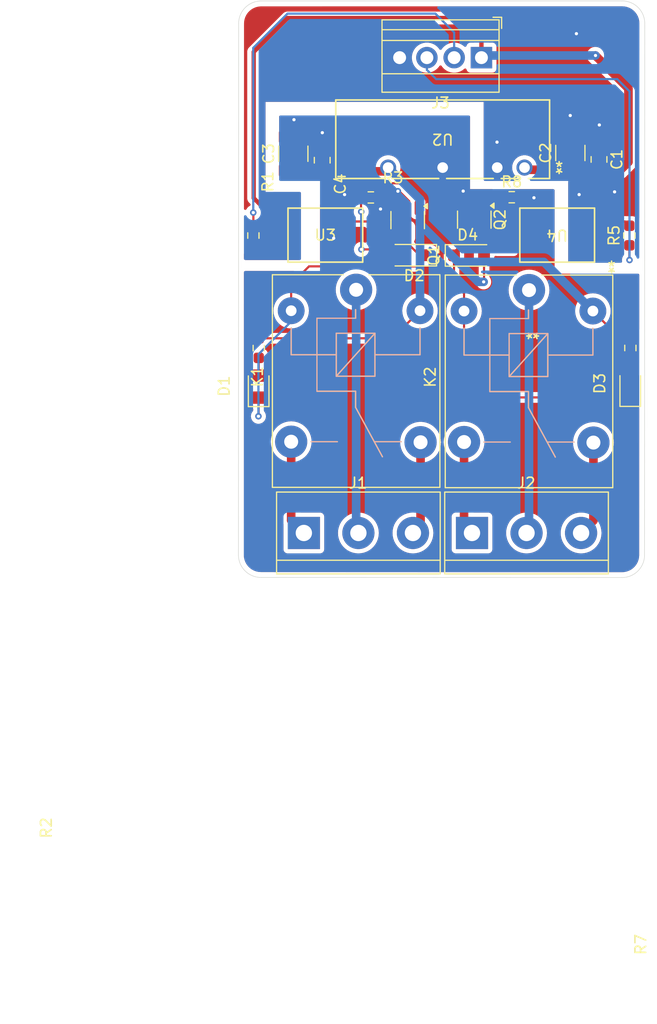
<source format=kicad_pcb>
(kicad_pcb (version 20240108) (generator "pcbnew") (generator_version "8.0")
  (layers (0 "F.Cu" signal) (31 "B.Cu" signal) (34 "B.Paste" user) (35 "F.Paste" user) (36 "B.SilkS" user "B.Silkscreen") (37 "F.SilkS" user "F.Silkscreen") (38 "B.Mask" user) (39 "F.Mask" user) (44 "Edge.Cuts" user))
  (net 0 "")
  (net 1 "GNDD")
  (net 2 "5V_ISO")
  (net 3 "5V_RLY")
  (net 4 "GNDPWR")
  (net 5 "Net-(D1-A)")
  (net 6 "Net-(D1-K)")
  (net 7 "Net-(D3-A)")
  (net 8 "Net-(D3-K)")
  (net 9 "COM1")
  (net 10 "NO1")
  (net 11 "NC1")
  (net 12 "NC2")
  (net 13 "NO2")
  (net 14 "COM2")
  (net 15 "/RE2")
  (net 16 "/RE1")
  (net 17 "Net-(Q1-G)")
  (net 18 "Net-(Q2-G)")
  (net 19 "Net-(R1-Pad2)")
  (net 20 "Net-(R5-Pad2)")
  (footprint "Diode_SMD:D_SOD-123F" (layer "F.Cu") (at 127.4125 60.53)
    (property "Reference" "D4" (at -0.127 -1.905 0) (layer "F.SilkS"))
    (property "Value" "1N4001")
    (fp_line (start -2.21 -1) (end -2.21 1) (stroke (width 0.12)) (layer "F.SilkS"))
    (fp_line (start -2.21 -1) (end 1.65 -1) (stroke (width 0.12)) (layer "F.SilkS"))
    (fp_line (start -2.21 1) (end 1.65 1) (stroke (width 0.12)) (layer "F.SilkS"))
    (pad "1" smd roundrect (at -1.4 0) (size 1.1 1.1) (layers "F.Cu" "F.Paste" "F.Mask") (roundrect_rratio 0.2272727273) (net 8 "Net-(D3-K)"))
    (pad "2" smd roundrect (at 1.4 0) (size 1.1 1.1) (layers "F.Cu" "F.Paste" "F.Mask") (roundrect_rratio 0.2272727273) (net 3 "5V_RLY"))
  )
  (footprint "LED_SMD:LED_0805_2012Metric_Pad1.15x1.40mm_HandSolder" (layer "F.Cu") (at 107.82 72.75 90)
    (property "Reference" "D1" (at 0.0475 -3.21 90) (layer "F.SilkS"))
    (property "Value" "LED")
    (fp_line (start 1 -0.96) (end -1.86 -0.96) (stroke (width 0.12)) (layer "F.SilkS"))
    (fp_line (start -1.86 -0.96) (end -1.86 0.96) (stroke (width 0.12)) (layer "F.SilkS"))
    (fp_line (start -1.86 0.96) (end 1 0.96) (stroke (width 0.12)) (layer "F.SilkS"))
    (pad "1" smd roundrect (at -1.025 0 90) (size 1.15 1.4) (layers "F.Cu" "F.Paste" "F.Mask") (roundrect_rratio 0.217391) (net 6 "Net-(D1-K)"))
    (pad "2" smd roundrect (at 1.025 0 90) (size 1.15 1.4) (layers "F.Cu" "F.Paste" "F.Mask") (roundrect_rratio 0.217391) (net 5 "Net-(D1-A)"))
  )
  (footprint "Capacitor_SMD:C_0805_2012Metric_Pad1.18x1.45mm_HandSolder" (layer "F.Cu") (at 139.52 51.59 -90)
    (property "Reference" "C1" (at 0 -1.66 90) (layer "F.SilkS"))
    (property "Value" "10uF")
    (fp_line (start -0.261252 0.735) (end 0.261252 0.735) (stroke (width 0.12)) (layer "F.SilkS"))
    (fp_line (start -0.261252 -0.735) (end 0.261252 -0.735) (stroke (width 0.12)) (layer "F.SilkS"))
    (pad "1" smd roundrect (at -1.0375 0 270) (size 1.175 1.45) (layers "F.Cu" "F.Paste" "F.Mask") (roundrect_rratio 0.212766) (net 1 "GNDD"))
    (pad "2" smd roundrect (at 1.0375 0 270) (size 1.175 1.45) (layers "F.Cu" "F.Paste" "F.Mask") (roundrect_rratio 0.212766) (net 2 "5V_ISO"))
  )
  (footprint "LED_SMD:LED_0805_2012Metric_Pad1.15x1.40mm_HandSolder" (layer "F.Cu") (at 142.43 72.73 90)
    (property "Reference" "D3" (at 0.273 -2.841 90) (layer "F.SilkS"))
    (property "Value" "LED")
    (fp_line (start 1 -0.96) (end -1.86 -0.96) (stroke (width 0.12)) (layer "F.SilkS"))
    (fp_line (start -1.86 -0.96) (end -1.86 0.96) (stroke (width 0.12)) (layer "F.SilkS"))
    (fp_line (start -1.86 0.96) (end 1 0.96) (stroke (width 0.12)) (layer "F.SilkS"))
    (pad "1" smd roundrect (at -1.025 0 90) (size 1.15 1.4) (layers "F.Cu" "F.Paste" "F.Mask") (roundrect_rratio 0.217391) (net 8 "Net-(D3-K)"))
    (pad "2" smd roundrect (at 1.025 0 90) (size 1.15 1.4) (layers "F.Cu" "F.Paste" "F.Mask") (roundrect_rratio 0.217391) (net 7 "Net-(D3-A)"))
  )
  (footprint "Relay_THT:Relay_SPDT_SANYOU_SRD_Series_Form_C" (layer "F.Cu") (at 133 63.76 -90)
    (property "Reference" "K2" (at 8.1 9.2 90) (layer "F.SilkS"))
    (property "Value" "SRD-05VDC-SL-C")
    (fp_line (start 3.55 6.05) (end 6.05 6.05) (stroke (width 0.12)) (layer "B.SilkS"))
    (fp_line (start 14.15 4.2) (end 14.15 1.75) (stroke (width 0.12)) (layer "B.SilkS"))
    (fp_line (start 9.45 3.65) (end 2.65 3.65) (stroke (width 0.12)) (layer "B.SilkS"))
    (fp_line (start 4.05 1.85) (end 4.05 -1.75) (stroke (width 0.12)) (layer "B.SilkS"))
    (fp_line (start 6.05 1.85) (end 6.05 6.05) (stroke (width 0.12)) (layer "B.SilkS"))
    (fp_line (start 8.05 1.85) (end 4.05 1.85) (stroke (width 0.12)) (layer "B.SilkS"))
    (fp_line (start 8.05 1.85) (end 4.05 -1.75) (stroke (width 0.12)) (layer "B.SilkS"))
    (fp_line (start 2.65 0.05) (end 2.65 3.65) (stroke (width 0.12)) (layer "B.SilkS"))
    (fp_line (start 2.65 0.05) (end 1.85 0.05) (stroke (width 0.12)) (layer "B.SilkS"))
    (fp_line (start 9.45 0.05) (end 9.45 3.65) (stroke (width 0.12)) (layer "B.SilkS"))
    (fp_line (start 9.45 0.05) (end 10.95 0.05) (stroke (width 0.12)) (layer "B.SilkS"))
    (fp_line (start 10.95 0.05) (end 15.55 -2.45) (stroke (width 0.12)) (layer "B.SilkS"))
    (fp_line (start 4.05 -1.75) (end 8.05 -1.75) (stroke (width 0.12)) (layer "B.SilkS"))
    (fp_line (start 8.05 -1.75) (end 8.05 1.85) (stroke (width 0.12)) (layer "B.SilkS"))
    (fp_line (start 14.15 -4.2) (end 14.15 -1.7) (stroke (width 0.12)) (layer "B.SilkS"))
    (fp_line (start 6.05 -5.95) (end 6.05 -1.75) (stroke (width 0.12)) (layer "B.SilkS"))
    (fp_line (start 6.05 -5.95) (end 3.55 -5.95) (stroke (width 0.12)) (layer "B.SilkS"))
    (fp_line (start 18.4 7.8) (end -1.4 7.8) (stroke (width 0.12)) (layer "F.SilkS"))
    (fp_line (start 3.55 6.05) (end 6.05 6.05) (stroke (width 0.12)) (layer "F.SilkS"))
    (fp_line (start 14.15 4.2) (end 14.15 1.75) (stroke (width 0.12)) (layer "F.SilkS"))
    (fp_line (start 9.45 3.65) (end 2.65 3.65) (stroke (width 0.12)) (layer "F.SilkS"))
    (fp_line (start 4.05 1.85) (end 4.05 -1.75) (stroke (width 0.12)) (layer "F.SilkS"))
    (fp_line (start 6.05 1.85) (end 6.05 6.05) (stroke (width 0.12)) (layer "F.SilkS"))
    (fp_line (start 8.05 1.85) (end 4.05 1.85) (stroke (width 0.12)) (layer "F.SilkS"))
    (fp_line (start 8.05 1.85) (end 4.05 -1.75) (stroke (width 0.12)) (layer "F.SilkS"))
    (fp_line (start -1.4 1.2) (end -1.4 7.8) (stroke (width 0.12)) (layer "F.SilkS"))
    (fp_line (start 2.65 0.05) (end 2.65 3.65) (stroke (width 0.12)) (layer "F.SilkS"))
    (fp_line (start 2.65 0.05) (end 1.85 0.05) (stroke (width 0.12)) (layer "F.SilkS"))
    (fp_line (start 9.45 0.05) (end 9.45 3.65) (stroke (width 0.12)) (layer "F.SilkS"))
    (fp_line (start 9.45 0.05) (end 10.95 0.05) (stroke (width 0.12)) (layer "F.SilkS"))
    (fp_line (start 10.95 0.05) (end 15.55 -2.45) (stroke (width 0.12)) (layer "F.SilkS"))
    (fp_line (start 4.05 -1.75) (end 8.05 -1.75) (stroke (width 0.12)) (layer "F.SilkS"))
    (fp_line (start 8.05 -1.75) (end 8.05 1.85) (stroke (width 0.12)) (layer "F.SilkS"))
    (fp_line (start 14.15 -4.2) (end 14.15 -1.7) (stroke (width 0.12)) (layer "F.SilkS"))
    (fp_line (start 6.05 -5.95) (end 6.05 -1.75) (stroke (width 0.12)) (layer "F.SilkS"))
    (fp_line (start 6.05 -5.95) (end 3.55 -5.95) (stroke (width 0.12)) (layer "F.SilkS"))
    (fp_line (start -1.4 -7.8) (end -1.4 -1.2) (stroke (width 0.12)) (layer "F.SilkS"))
    (fp_line (start -1.4 -7.8) (end 18.4 -7.8) (stroke (width 0.12)) (layer "F.SilkS"))
    (fp_line (start 18.4 -7.8) (end 18.4 7.8) (stroke (width 0.12)) (layer "F.SilkS"))
    (pad "1" thru_hole circle (at 0 0) (size 3 3) (drill 1.3) (layers "*.Cu" "*.Mask") (net 14 "COM2"))
    (pad "2" thru_hole circle (at 1.95 6.05) (size 2.5 2.5) (drill 1) (layers "*.Cu" "*.Mask") (net 8 "Net-(D3-K)"))
    (pad "3" thru_hole circle (at 14.15 6.05) (size 3 3) (drill 1.3) (layers "*.Cu" "*.Mask") (net 13 "NO2"))
    (pad "4" thru_hole circle (at 14.2 -6) (size 3 3) (drill 1.3) (layers "*.Cu" "*.Mask") (net 12 "NC2"))
    (pad "5" thru_hole circle (at 1.95 -5.95) (size 2.5 2.5) (drill 1) (layers "*.Cu" "*.Mask") (net 3 "5V_RLY"))
  )
  (footprint "TerminalBlock:TerminalBlock_Xinya_XY308-2.54-4P_1x04_P2.54mm_Horizontal" (layer "F.Cu") (at 128.57 42.11 180)
    (property "Reference" "J3" (at 3.81 -4.22 360) (layer "F.SilkS"))
    (property "Value" "Screw_Terminal_01x04")
    (fp_line (start 9.26 -3.22) (end 9.26 3.52) (stroke (width 0.12)) (layer "F.SilkS"))
    (fp_line (start -1.64 3.52) (end 9.26 3.52) (stroke (width 0.12)) (layer "F.SilkS"))
    (fp_line (start -1.64 2.6) (end 9.26 2.6) (stroke (width 0.12)) (layer "F.SilkS"))
    (fp_line (start -1.64 1.6) (end 9.26 1.6) (stroke (width 0.12)) (layer "F.SilkS"))
    (fp_line (start -1.64 -1.501) (end 9.26 -1.501) (stroke (width 0.12)) (layer "F.SilkS"))
    (fp_line (start -1.64 -3.22) (end 9.26 -3.22) (stroke (width 0.12)) (layer "F.SilkS"))
    (fp_line (start -1.64 -3.22) (end -1.64 3.52) (stroke (width 0.12)) (layer "F.SilkS"))
    (fp_line (start -1.88 3.76) (end -1.08 3.76) (stroke (width 0.12)) (layer "F.SilkS"))
    (fp_line (start -1.88 2.72) (end -1.88 3.76) (stroke (width 0.12)) (layer "F.SilkS"))
    (pad "1" thru_hole rect (at 0 0 180) (size 2 2) (drill 1.2) (layers "*.Cu" "*.Mask") (net 2 "5V_ISO"))
    (pad "2" thru_hole circle (at 2.54 0 180) (size 2 2) (drill 1.2) (layers "*.Cu" "*.Mask") (net 16 "/RE1"))
    (pad "3" thru_hole circle (at 5.08 0 180) (size 2 2) (drill 1.2) (layers "*.Cu" "*.Mask") (net 15 "/RE2"))
    (pad "4" thru_hole circle (at 7.62 0 180) (size 2 2) (drill 1.2) (layers "*.Cu" "*.Mask") (net 1 "GNDD"))
  )
  (footprint "Resistor_SMD:R_0603_1608Metric_Pad0.98x0.95mm_HandSolder" (layer "F.Cu") (at 107.83 69.16 -90)
    (property "Reference" "R2" (at 44.6796 19.786 90) (layer "F.SilkS"))
    (property "Value" "1k")
    (fp_line (start -0.254724 0.5225) (end 0.254724 0.5225) (stroke (width 0.12)) (layer "F.SilkS"))
    (fp_line (start -0.254724 -0.5225) (end 0.254724 -0.5225) (stroke (width 0.12)) (layer "F.SilkS"))
    (pad "1" smd roundrect (at -0.9125 0 270) (size 0.975 0.95) (layers "F.Cu" "F.Paste" "F.Mask") (net 3 "5V_RLY"))
    (pad "2" smd roundrect (at 0.9125 0 270) (size 0.975 0.95) (layers "F.Cu" "F.Paste" "F.Mask") (net 5 "Net-(D1-A)"))
  )
  (footprint "Innov:B_S-2WR2_MNS" (layer "F.Cu") (at 132.58 52.35 180)
    (property "Reference" "U2" (at 7.62 2.6416 180) (layer "F.SilkS"))
    (property "Value" "B0505S-2WR3")
    (fp_line (start 17.5768 6.2992) (end 17.5768 -1.016) (stroke (width 0.1524)) (layer "F.SilkS"))
    (fp_line (start 17.5768 -1.016) (end 13.072229 -1.016) (stroke (width 0.1524)) (layer "F.SilkS"))
    (fp_line (start 12.327771 -1.016) (end 7.992229 -1.016) (stroke (width 0.1524)) (layer "F.SilkS"))
    (fp_line (start 7.247771 -1.016) (end 2.912229 -1.016) (stroke (width 0.1524)) (layer "F.SilkS"))
    (fp_line (start 2.167771 -1.016) (end 0.372229 -1.016) (stroke (width 0.1524)) (layer "F.SilkS"))
    (fp_line (start -0.372229 -1.016) (end -2.3368 -1.016) (stroke (width 0.1524)) (layer "F.SilkS"))
    (fp_line (start -2.3368 6.2992) (end 17.5768 6.2992) (stroke (width 0.1524)) (layer "F.SilkS"))
    (fp_line (start -2.3368 -1.016) (end -2.3368 6.2992) (stroke (width 0.1524)) (layer "F.SilkS"))
    (fp_text user "*" (at -3.2258 0 0) (layer "F.SilkS"))
    (fp_text user "*" (at -3.2258 0 180) (layer "F.SilkS"))
    (pad "1" thru_hole circle (at 0 0 180) (size 1.4986 1.4986) (drill 0.9906) (layers "*.Cu" "*.Mask") (net 2 "5V_ISO"))
    (pad "2" thru_hole circle (at 2.54 0 180) (size 1.4986 1.4986) (drill 0.9906) (layers "*.Cu" "*.Mask") (net 1 "GNDD"))
    (pad "4" thru_hole circle (at 7.62 0 180) (size 1.4986 1.4986) (drill 0.9906) (layers "*.Cu" "*.Mask") (net 4 "GNDPWR"))
    (pad "6" thru_hole circle (at 12.7 0 180) (size 1.4986 1.4986) (drill 0.9906) (layers "*.Cu" "*.Mask") (net 3 "5V_RLY"))
  )
  (footprint "Capacitor_SMD:C_0805_2012Metric_Pad1.18x1.45mm_HandSolder" (layer "F.Cu") (at 113.74 51.6625 -90)
    (property "Reference" "C4" (at 2.21 -1.68 90) (layer "F.SilkS"))
    (property "Value" "10uF")
    (fp_line (start -0.261252 0.735) (end 0.261252 0.735) (stroke (width 0.12)) (layer "F.SilkS"))
    (fp_line (start -0.261252 -0.735) (end 0.261252 -0.735) (stroke (width 0.12)) (layer "F.SilkS"))
    (pad "1" smd roundrect (at -1.0375 0 270) (size 1.175 1.45) (layers "F.Cu" "F.Paste" "F.Mask") (roundrect_rratio 0.212766) (net 4 "GNDPWR"))
    (pad "2" smd roundrect (at 1.0375 0 270) (size 1.175 1.45) (layers "F.Cu" "F.Paste" "F.Mask") (roundrect_rratio 0.212766) (net 3 "5V_RLY"))
  )
  (footprint "Resistor_SMD:R_0603_1608Metric_Pad0.98x0.95mm_HandSolder" (layer "F.Cu") (at 107.33 58.6775 -90)
    (property "Reference" "R1" (at -5.01 -1.3451 90) (layer "F.SilkS"))
    (property "Value" "180")
    (fp_line (start -0.254724 0.5225) (end 0.254724 0.5225) (stroke (width 0.12)) (layer "F.SilkS"))
    (fp_line (start -0.254724 -0.5225) (end 0.254724 -0.5225) (stroke (width 0.12)) (layer "F.SilkS"))
    (pad "1" smd roundrect (at -0.9125 0 270) (size 0.975 0.95) (layers "F.Cu" "F.Paste" "F.Mask") (net 16 "/RE1"))
    (pad "2" smd roundrect (at 0.9125 0 270) (size 0.975 0.95) (layers "F.Cu" "F.Paste" "F.Mask") (net 19 "Net-(R1-Pad2)"))
  )
  (footprint "Innov:APC-817xx-SL_AMB" (layer "F.Cu") (at 114.0333 58.64)
    (property "Reference" "U3" (at 0 0 0) (layer "F.SilkS"))
    (property "Value" "PC817")
    (fp_line (start -3.4798 -2.5146) (end -3.4798 2.5146) (stroke (width 0.1524)) (layer "F.SilkS"))
    (fp_line (start -3.4798 2.5146) (end 3.4798 2.5146) (stroke (width 0.1524)) (layer "F.SilkS"))
    (fp_line (start 3.4798 -2.5146) (end -3.4798 -2.5146) (stroke (width 0.1524)) (layer "F.SilkS"))
    (fp_line (start 3.4798 2.5146) (end 3.4798 -2.5146) (stroke (width 0.1524)) (layer "F.SilkS"))
    (fp_text user "*" (at 19.3083 9.395 90) (layer "F.SilkS"))
    (fp_text user "*" (at 19.3083 9.395 -90) (layer "F.SilkS"))
    (pad "1" smd rect (at -4.8133 -1.27) (size 1.524 0.5588) (layers "F.Cu" "F.Paste" "F.Mask") (net 2 "5V_ISO"))
    (pad "2" smd rect (at -4.8133 1.27) (size 1.524 0.5588) (layers "F.Cu" "F.Paste" "F.Mask") (net 19 "Net-(R1-Pad2)"))
    (pad "3" smd rect (at 4.8133 1.27) (size 1.524 0.5588) (layers "F.Cu" "F.Paste" "F.Mask") (net 17 "Net-(Q1-G)"))
    (pad "4" smd rect (at 4.8133 -1.27) (size 1.524 0.5588) (layers "F.Cu" "F.Paste" "F.Mask") (net 3 "5V_RLY"))
  )
  (footprint "Capacitor_SMD:C_1210_3225Metric_Pad1.33x2.70mm_HandSolder" (layer "F.Cu") (at 136.85 50.99 90)
    (property "Reference" "C2" (at 0 -2.3 90) (layer "F.SilkS"))
    (property "Value" "100uF")
    (fp_line (start -0.711252 -1.36) (end 0.711252 -1.36) (stroke (width 0.12)) (layer "F.SilkS"))
    (fp_line (start -0.711252 1.36) (end 0.711252 1.36) (stroke (width 0.12)) (layer "F.SilkS"))
    (pad "1" smd roundrect (at -1.5625 0 90) (size 1.325 2.7) (layers "F.Cu" "F.Paste" "F.Mask") (roundrect_rratio 0.188679) (net 2 "5V_ISO"))
    (pad "2" smd roundrect (at 1.5625 0 90) (size 1.325 2.7) (layers "F.Cu" "F.Paste" "F.Mask") (roundrect_rratio 0.188679) (net 1 "GNDD"))
  )
  (footprint "TerminalBlock:TerminalBlock_bornier-3_P5.08mm" (layer "F.Cu") (at 127.69 86.38)
    (property "Reference" "J2" (at 5.05 -4.65 0) (layer "F.SilkS"))
    (property "Value" "RELAY2")
    (fp_line (start -2.54 -3.81) (end 12.7 -3.81) (stroke (width 0.12)) (layer "F.SilkS"))
    (fp_line (start -2.54 2.54) (end 12.7 2.54) (stroke (width 0.12)) (layer "F.SilkS"))
    (fp_line (start -2.54 3.81) (end -2.54 -3.81) (stroke (width 0.12)) (layer "F.SilkS"))
    (fp_line (start -2.54 3.81) (end 12.7 3.81) (stroke (width 0.12)) (layer "F.SilkS"))
    (fp_line (start 12.7 3.81) (end 12.7 -3.81) (stroke (width 0.12)) (layer "F.SilkS"))
    (pad "1" thru_hole rect (at 0 0) (size 3 3) (drill 1.52) (layers "*.Cu" "*.Mask") (net 13 "NO2"))
    (pad "2" thru_hole circle (at 5.08 0) (size 3 3) (drill 1.52) (layers "*.Cu" "*.Mask") (net 14 "COM2"))
    (pad "3" thru_hole circle (at 10.16 0) (size 3 3) (drill 1.52) (layers "*.Cu" "*.Mask") (net 12 "NC2"))
  )
  (footprint "Capacitor_SMD:C_1210_3225Metric_Pad1.33x2.70mm_HandSolder" (layer "F.Cu") (at 111.05 51.06 90)
    (property "Reference" "C3" (at 0 -2.3 90) (layer "F.SilkS"))
    (property "Value" "100uF")
    (fp_line (start -0.711252 -1.36) (end 0.711252 -1.36) (stroke (width 0.12)) (layer "F.SilkS"))
    (fp_line (start -0.711252 1.36) (end 0.711252 1.36) (stroke (width 0.12)) (layer "F.SilkS"))
    (pad "1" smd roundrect (at -1.5625 0 90) (size 1.325 2.7) (layers "F.Cu" "F.Paste" "F.Mask") (roundrect_rratio 0.188679) (net 3 "5V_RLY"))
    (pad "2" smd roundrect (at 1.5625 0 90) (size 1.325 2.7) (layers "F.Cu" "F.Paste" "F.Mask") (roundrect_rratio 0.188679) (net 4 "GNDPWR"))
  )
  (footprint "TerminalBlock:TerminalBlock_bornier-3_P5.08mm" (layer "F.Cu") (at 112.03 86.38)
    (property "Reference" "J1" (at 5.05 -4.65 0) (layer "F.SilkS"))
    (property "Value" "RELAY1")
    (fp_line (start -2.54 -3.81) (end 12.7 -3.81) (stroke (width 0.12)) (layer "F.SilkS"))
    (fp_line (start -2.54 2.54) (end 12.7 2.54) (stroke (width 0.12)) (layer "F.SilkS"))
    (fp_line (start -2.54 3.81) (end -2.54 -3.81) (stroke (width 0.12)) (layer "F.SilkS"))
    (fp_line (start -2.54 3.81) (end 12.7 3.81) (stroke (width 0.12)) (layer "F.SilkS"))
    (fp_line (start 12.7 3.81) (end 12.7 -3.81) (stroke (width 0.12)) (layer "F.SilkS"))
    (pad "1" thru_hole rect (at 0 0) (size 3 3) (drill 1.52) (layers "*.Cu" "*.Mask") (net 10 "NO1"))
    (pad "2" thru_hole circle (at 5.08 0) (size 3 3) (drill 1.52) (layers "*.Cu" "*.Mask") (net 9 "COM1"))
    (pad "3" thru_hole circle (at 10.16 0) (size 3 3) (drill 1.52) (layers "*.Cu" "*.Mask") (net 11 "NC1"))
  )
  (footprint "Package_TO_SOT_SMD:SOT-23-3" (layer "F.Cu") (at 127.9025 57.2 -90)
    (property "Reference" "Q2" (at 0 -2.4 90) (layer "F.SilkS"))
    (property "Value" "Q_NMOS_Depletion_GSD")
    (fp_line (start 0 1.56) (end -0.8 1.56) (stroke (width 0.12)) (layer "F.SilkS"))
    (fp_line (start 0 1.56) (end 0.8 1.56) (stroke (width 0.12)) (layer "F.SilkS"))
    (fp_line (start 0 -1.56) (end -0.8 -1.56) (stroke (width 0.12)) (layer "F.SilkS"))
    (fp_line (start 0 -1.56) (end 0.8 -1.56) (stroke (width 0.12)) (layer "F.SilkS"))
    (fp_poly (pts (xy -1.3 -1.51) (xy -1.54 -1.84) (xy -1.06 -1.84) (xy -1.3 -1.51)) (stroke (width 0.12)) (fill solid) (layer "F.SilkS"))
    (pad "1" smd roundrect (at -1.1375 -0.95 270) (size 1.325 0.6) (layers "F.Cu" "F.Paste" "F.Mask") (net 18 "Net-(Q2-G)"))
    (pad "2" smd roundrect (at -1.1375 0.95 270) (size 1.325 0.6) (layers "F.Cu" "F.Paste" "F.Mask") (net 4 "GNDPWR"))
    (pad "3" smd roundrect (at 1.1375 0 270) (size 1.325 0.6) (layers "F.Cu" "F.Paste" "F.Mask") (net 8 "Net-(D3-K)"))
  )
  (footprint "Relay_THT:Relay_SPDT_SANYOU_SRD_Series_Form_C" (layer "F.Cu") (at 116.9 63.73 -90)
    (property "Reference" "K1" (at 8.1 9.2 90) (layer "F.SilkS"))
    (property "Value" "SRD-05VDC-SL-C")
    (fp_line (start 3.55 6.05) (end 6.05 6.05) (stroke (width 0.12)) (layer "B.SilkS"))
    (fp_line (start 14.15 4.2) (end 14.15 1.75) (stroke (width 0.12)) (layer "B.SilkS"))
    (fp_line (start 9.45 3.65) (end 2.65 3.65) (stroke (width 0.12)) (layer "B.SilkS"))
    (fp_line (start 4.05 1.85) (end 4.05 -1.75) (stroke (width 0.12)) (layer "B.SilkS"))
    (fp_line (start 6.05 1.85) (end 6.05 6.05) (stroke (width 0.12)) (layer "B.SilkS"))
    (fp_line (start 8.05 1.85) (end 4.05 1.85) (stroke (width 0.12)) (layer "B.SilkS"))
    (fp_line (start 8.05 1.85) (end 4.05 -1.75) (stroke (width 0.12)) (layer "B.SilkS"))
    (fp_line (start 2.65 0.05) (end 2.65 3.65) (stroke (width 0.12)) (layer "B.SilkS"))
    (fp_line (start 2.65 0.05) (end 1.85 0.05) (stroke (width 0.12)) (layer "B.SilkS"))
    (fp_line (start 9.45 0.05) (end 9.45 3.65) (stroke (width 0.12)) (layer "B.SilkS"))
    (fp_line (start 9.45 0.05) (end 10.95 0.05) (stroke (width 0.12)) (layer "B.SilkS"))
    (fp_line (start 10.95 0.05) (end 15.55 -2.45) (stroke (width 0.12)) (layer "B.SilkS"))
    (fp_line (start 4.05 -1.75) (end 8.05 -1.75) (stroke (width 0.12)) (layer "B.SilkS"))
    (fp_line (start 8.05 -1.75) (end 8.05 1.85) (stroke (width 0.12)) (layer "B.SilkS"))
    (fp_line (start 14.15 -4.2) (end 14.15 -1.7) (stroke (width 0.12)) (layer "B.SilkS"))
    (fp_line (start 6.05 -5.95) (end 6.05 -1.75) (stroke (width 0.12)) (layer "B.SilkS"))
    (fp_line (start 6.05 -5.95) (end 3.55 -5.95) (stroke (width 0.12)) (layer "B.SilkS"))
    (fp_line (start 18.4 7.8) (end -1.4 7.8) (stroke (width 0.12)) (layer "F.SilkS"))
    (fp_line (start 3.55 6.05) (end 6.05 6.05) (stroke (width 0.12)) (layer "F.SilkS"))
    (fp_line (start 14.15 4.2) (end 14.15 1.75) (stroke (width 0.12)) (layer "F.SilkS"))
    (fp_line (start 9.45 3.65) (end 2.65 3.65) (stroke (width 0.12)) (layer "F.SilkS"))
    (fp_line (start 4.05 1.85) (end 4.05 -1.75) (stroke (width 0.12)) (layer "F.SilkS"))
    (fp_line (start 6.05 1.85) (end 6.05 6.05) (stroke (width 0.12)) (layer "F.SilkS"))
    (fp_line (start 8.05 1.85) (end 4.05 1.85) (stroke (width 0.12)) (layer "F.SilkS"))
    (fp_line (start 8.05 1.85) (end 4.05 -1.75) (stroke (width 0.12)) (layer "F.SilkS"))
    (fp_line (start -1.4 1.2) (end -1.4 7.8) (stroke (width 0.12)) (layer "F.SilkS"))
    (fp_line (start 2.65 0.05) (end 2.65 3.65) (stroke (width 0.12)) (layer "F.SilkS"))
    (fp_line (start 2.65 0.05) (end 1.85 0.05) (stroke (width 0.12)) (layer "F.SilkS"))
    (fp_line (start 9.45 0.05) (end 9.45 3.65) (stroke (width 0.12)) (layer "F.SilkS"))
    (fp_line (start 9.45 0.05) (end 10.95 0.05) (stroke (width 0.12)) (layer "F.SilkS"))
    (fp_line (start 10.95 0.05) (end 15.55 -2.45) (stroke (width 0.12)) (layer "F.SilkS"))
    (fp_line (start 4.05 -1.75) (end 8.05 -1.75) (stroke (width 0.12)) (layer "F.SilkS"))
    (fp_line (start 8.05 -1.75) (end 8.05 1.85) (stroke (width 0.12)) (layer "F.SilkS"))
    (fp_line (start 14.15 -4.2) (end 14.15 -1.7) (stroke (width 0.12)) (layer "F.SilkS"))
    (fp_line (start 6.05 -5.95) (end 6.05 -1.75) (stroke (width 0.12)) (layer "F.SilkS"))
    (fp_line (start 6.05 -5.95) (end 3.55 -5.95) (stroke (width 0.12)) (layer "F.SilkS"))
    (fp_line (start -1.4 -7.8) (end -1.4 -1.2) (stroke (width 0.12)) (layer "F.SilkS"))
    (fp_line (start -1.4 -7.8) (end 18.4 -7.8) (stroke (width 0.12)) (layer "F.SilkS"))
    (fp_line (start 18.4 -7.8) (end 18.4 7.8) (stroke (width 0.12)) (layer "F.SilkS"))
    (pad "1" thru_hole circle (at 0 0) (size 3 3) (drill 1.3) (layers "*.Cu" "*.Mask") (net 9 "COM1"))
    (pad "2" thru_hole circle (at 1.95 6.05) (size 2.5 2.5) (drill 1) (layers "*.Cu" "*.Mask") (net 6 "Net-(D1-K)"))
    (pad "3" thru_hole circle (at 14.15 6.05) (size 3 3) (drill 1.3) (layers "*.Cu" "*.Mask") (net 10 "NO1"))
    (pad "4" thru_hole circle (at 14.2 -6) (size 3 3) (drill 1.3) (layers "*.Cu" "*.Mask") (net 11 "NC1"))
    (pad "5" thru_hole circle (at 1.95 -5.95) (size 2.5 2.5) (drill 1) (layers "*.Cu" "*.Mask") (net 3 "5V_RLY"))
  )
  (footprint "Innov:APC-817xx-SL_AMB" (layer "F.Cu") (at 135.6233 58.64 180)
    (property "Reference" "U4" (at 0 0 180) (layer "F.SilkS"))
    (property "Value" "PC817")
    (fp_line (start 3.4798 2.5146) (end 3.4798 -2.5146) (stroke (width 0.1524)) (layer "F.SilkS"))
    (fp_line (start 3.4798 -2.5146) (end -3.4798 -2.5146) (stroke (width 0.1524)) (layer "F.SilkS"))
    (fp_line (start -3.4798 2.5146) (end 3.4798 2.5146) (stroke (width 0.1524)) (layer "F.SilkS"))
    (fp_line (start -3.4798 -2.5146) (end -3.4798 2.5146) (stroke (width 0.1524)) (layer "F.SilkS"))
    (fp_text user "*" (at -5.0673 -2.9718 0) (layer "F.SilkS"))
    (fp_text user "*" (at -5.0673 -2.9718 180) (layer "F.SilkS"))
    (pad "1" smd rect (at -4.8133 -1.27 180) (size 1.524 0.5588) (layers "F.Cu" "F.Paste" "F.Mask") (net 2 "5V_ISO"))
    (pad "2" smd rect (at -4.8133 1.27 180) (size 1.524 0.5588) (layers "F.Cu" "F.Paste" "F.Mask") (net 20 "Net-(R5-Pad2)"))
    (pad "3" smd rect (at 4.8133 1.27 180) (size 1.524 0.5588) (layers "F.Cu" "F.Paste" "F.Mask") (net 18 "Net-(Q2-G)"))
    (pad "4" smd rect (at 4.8133 -1.27 180) (size 1.524 0.5588) (layers "F.Cu" "F.Paste" "F.Mask") (net 3 "5V_RLY"))
  )
  (footprint "Resistor_SMD:R_0603_1608Metric_Pad0.98x0.95mm_HandSolder" (layer "F.Cu") (at 142.44 69.15 -90)
    (property "Reference" "R7" (at 55.55 -0.9684 90) (layer "F.SilkS"))
    (property "Value" "1k")
    (fp_line (start -0.254724 0.5225) (end 0.254724 0.5225) (stroke (width 0.12)) (layer "F.SilkS"))
    (fp_line (start -0.254724 -0.5225) (end 0.254724 -0.5225) (stroke (width 0.12)) (layer "F.SilkS"))
    (pad "1" smd roundrect (at -0.9125 0 270) (size 0.975 0.95) (layers "F.Cu" "F.Paste" "F.Mask") (net 3 "5V_RLY"))
    (pad "2" smd roundrect (at 0.9125 0 270) (size 0.975 0.95) (layers "F.Cu" "F.Paste" "F.Mask") (net 7 "Net-(D3-A)"))
  )
  (footprint "Resistor_SMD:R_0603_1608Metric_Pad0.98x0.95mm_HandSolder" (layer "F.Cu") (at 131.3925 55.11)
    (property "Reference" "R8" (at 0 -1.43 0) (layer "F.SilkS"))
    (property "Value" "10K")
    (fp_line (start -0.254724 -0.5225) (end 0.254724 -0.5225) (stroke (width 0.12)) (layer "F.SilkS"))
    (fp_line (start -0.254724 0.5225) (end 0.254724 0.5225) (stroke (width 0.12)) (layer "F.SilkS"))
    (pad "1" smd roundrect (at -0.9125 0) (size 0.975 0.95) (layers "F.Cu" "F.Paste" "F.Mask") (net 18 "Net-(Q2-G)"))
    (pad "2" smd roundrect (at 0.9125 0) (size 0.975 0.95) (layers "F.Cu" "F.Paste" "F.Mask") (net 4 "GNDPWR"))
  )
  (footprint "Resistor_SMD:R_0603_1608Metric_Pad0.98x0.95mm_HandSolder" (layer "F.Cu") (at 142.3466 58.6775 90)
    (property "Reference" "R5" (at 0 -1.43 90) (layer "F.SilkS"))
    (property "Value" "180")
    (fp_line (start -0.254724 -0.5225) (end 0.254724 -0.5225) (stroke (width 0.12)) (layer "F.SilkS"))
    (fp_line (start -0.254724 0.5225) (end 0.254724 0.5225) (stroke (width 0.12)) (layer "F.SilkS"))
    (pad "1" smd roundrect (at -0.9125 0 90) (size 0.975 0.95) (layers "F.Cu" "F.Paste" "F.Mask") (net 15 "/RE2"))
    (pad "2" smd roundrect (at 0.9125 0 90) (size 0.975 0.95) (layers "F.Cu" "F.Paste" "F.Mask") (net 20 "Net-(R5-Pad2)"))
  )
  (footprint "Resistor_SMD:R_0603_1608Metric_Pad0.98x0.95mm_HandSolder" (layer "F.Cu") (at 118.2675 55.13)
    (property "Reference" "R3" (at 2.065 -1.83 360) (layer "F.SilkS"))
    (property "Value" "10K")
    (fp_line (start -0.254724 -0.5225) (end 0.254724 -0.5225) (stroke (width 0.12)) (layer "F.SilkS"))
    (fp_line (start -0.254724 0.5225) (end 0.254724 0.5225) (stroke (width 0.12)) (layer "F.SilkS"))
    (pad "1" smd roundrect (at -0.9125 0) (size 0.975 0.95) (layers "F.Cu" "F.Paste" "F.Mask") (net 17 "Net-(Q1-G)"))
    (pad "2" smd roundrect (at 0.9125 0) (size 0.975 0.95) (layers "F.Cu" "F.Paste" "F.Mask") (net 4 "GNDPWR"))
  )
  (footprint "Diode_SMD:D_SOD-123F" (layer "F.Cu") (at 122.18 60.51 180)
    (property "Reference" "D2" (at -0.127 -1.905 0) (layer "F.SilkS"))
    (property "Value" "1N4001")
    (fp_line (start -2.21 1) (end 1.65 1) (stroke (width 0.12)) (layer "F.SilkS"))
    (fp_line (start -2.21 -1) (end 1.65 -1) (stroke (width 0.12)) (layer "F.SilkS"))
    (fp_line (start -2.21 -1) (end -2.21 1) (stroke (width 0.12)) (layer "F.SilkS"))
    (pad "1" smd roundrect (at -1.4 0 180) (size 1.1 1.1) (layers "F.Cu" "F.Paste" "F.Mask") (roundrect_rratio 0.2272727273) (net 6 "Net-(D1-K)"))
    (pad "2" smd roundrect (at 1.4 0 180) (size 1.1 1.1) (layers "F.Cu" "F.Paste" "F.Mask") (roundrect_rratio 0.2272727273) (net 3 "5V_RLY"))
  )
  (footprint "Package_TO_SOT_SMD:SOT-23-3" (layer "F.Cu") (at 121.7 57.24 -90)
    (property "Reference" "Q1" (at 3.2625 -2.43 90) (layer "F.SilkS"))
    (property "Value" "Q_NMOS_Depletion_GSD")
    (fp_line (start 0 1.56) (end -0.8 1.56) (stroke (width 0.12)) (layer "F.SilkS"))
    (fp_line (start 0 1.56) (end 0.8 1.56) (stroke (width 0.12)) (layer "F.SilkS"))
    (fp_line (start 0 -1.56) (end -0.8 -1.56) (stroke (width 0.12)) (layer "F.SilkS"))
    (fp_line (start 0 -1.56) (end 0.8 -1.56) (stroke (width 0.12)) (layer "F.SilkS"))
    (fp_poly (pts (xy -1.3 -1.51) (xy -1.54 -1.84) (xy -1.06 -1.84) (xy -1.3 -1.51)) (stroke (width 0.12)) (fill solid) (layer "F.SilkS"))
    (pad "1" smd roundrect (at -1.1375 -0.95 270) (size 1.325 0.6) (layers "F.Cu" "F.Paste" "F.Mask") (net 17 "Net-(Q1-G)"))
    (pad "2" smd roundrect (at -1.1375 0.95 270) (size 1.325 0.6) (layers "F.Cu" "F.Paste" "F.Mask") (net 4 "GNDPWR"))
    (pad "3" smd roundrect (at 1.1375 0 270) (size 1.325 0.6) (layers "F.Cu" "F.Paste" "F.Mask") (net 6 "Net-(D1-K)"))
  )
  (gr_line (start 108.008332 36.834687) (end 141.64 36.83) (stroke (width 0.05)) (layer "Edge.Cuts"))
  (gr_arc (start 141.64 36.83) (mid 143.134687 37.411668) (end 143.78 38.88) (stroke (width 0.05)) (layer "Edge.Cuts"))
  (gr_line (start 143.76 88.48) (end 143.78 38.88) (stroke (width 0.05)) (layer "Edge.Cuts"))
  (gr_arc (start 105.958332 38.974687) (mid 106.54 37.48) (end 108.008332 36.834687) (stroke (width 0.05)) (layer "Edge.Cuts"))
  (gr_arc (start 143.76 88.48) (mid 143.114692 89.948345) (end 141.62 90.53) (stroke (width 0.05)) (layer "Edge.Cuts"))
  (gr_arc (start 108.079374 90.52) (mid 106.584701 89.938325) (end 105.939374 88.47) (stroke (width 0.05)) (layer "Edge.Cuts"))
  (gr_line (start 108.079374 90.52) (end 141.62 90.53) (stroke (width 0.05)) (layer "Edge.Cuts"))
  (gr_line (start 105.958332 38.974687) (end 105.939374 88.47) (stroke (width 0.05)) (layer "Edge.Cuts"))
  (segment (start 139.52 48.41) (end 139.55 48.38) (width 0.8) (layer "F.Cu") (net 1))
  (segment (start 130.04 52.35) (end 130.04 50) (width 0.8) (layer "F.Cu") (net 1))
  (segment (start 139.52 50.5525) (end 139.52 48.41) (width 0.8) (layer "F.Cu") (net 1))
  (segment (start 136.85 47.51) (end 136.84 47.5) (width 0.8) (layer "F.Cu") (net 1))
  (segment (start 136.85 49.4275) (end 136.85 47.51) (width 0.8) (layer "F.Cu") (net 1))
  (segment (start 130.04 50) (end 130.02 49.98) (width 0.8) (layer "F.Cu") (net 1))
  (via (at 140.97 54.61) (size 0.6) (drill 0.3) (layers "F.Cu" "B.Cu") (net 1))
  (via (at 139.55 48.38) (size 0.6) (drill 0.3) (layers "F.Cu" "B.Cu") (net 1))
  (via (at 137.414 39.878) (size 0.6) (drill 0.3) (layers "F.Cu" "B.Cu") (net 1))
  (via (at 136.84 47.5) (size 0.6) (drill 0.3) (layers "F.Cu" "B.Cu") (net 1))
  (via (at 137.668 54.864) (size 0.6) (drill 0.3) (layers "F.Cu" "B.Cu") (net 1))
  (via (at 130.02 49.98) (size 0.6) (drill 0.3) (layers "F.Cu" "B.Cu") (net 1))
  (segment (start 139.192 41.91) (end 139.18 41.91) (width 0.8) (layer "F.Cu") (net 2))
  (segment (start 128.57 40.23) (end 128.57 42.11) (width 0.4) (layer "F.Cu") (net 2))
  (segment (start 107.36 41.58) (end 110.52 38.42) (width 0.4) (layer "F.Cu") (net 2))
  (segment (start 109.22 57.05) (end 107.36 55.19) (width 0.4) (layer "F.Cu") (net 2))
  (segment (start 138.13 56.25) (end 139.52 54.86) (width 0.4) (layer "F.Cu") (net 2))
  (segment (start 140.4366 59.91) (end 138.65 59.91) (width 0.4) (layer "F.Cu") (net 2))
  (segment (start 139.52 54.86) (end 139.52 52.6275) (width 0.4) (layer "F.Cu") (net 2))
  (segment (start 110.52 38.42) (end 126.76 38.42) (width 0.4) (layer "F.Cu") (net 2))
  (segment (start 139.52 52.6275) (end 136.925 52.6275) (width 0.8) (layer "F.Cu") (net 2))
  (segment (start 139.192 41.922) (end 139.192 41.91) (width 0.8) (layer "F.Cu") (net 2))
  (segment (start 136.925 52.6275) (end 136.85 52.5525) (width 0.8) (layer "F.Cu") (net 2))
  (segment (start 139.18 41.91) (end 142.26 44.99) (width 0.8) (layer "F.Cu") (net 2))
  (segment (start 132.7825 52.5525) (end 132.58 52.35) (width 0.8) (layer "F.Cu") (net 2))
  (segment (start 139.38 42.11) (end 139.192 41.922) (width 0.8) (layer "F.Cu") (net 2))
  (segment (start 136.85 52.5525) (end 132.7825 52.5525) (width 0.8) (layer "F.Cu") (net 2))
  (segment (start 138.13 59.39) (end 138.13 56.25) (width 0.4) (layer "F.Cu") (net 2))
  (segment (start 142.26 44.99) (end 142.26 51.83) (width 0.8) (layer "F.Cu") (net 2))
  (segment (start 138.65 59.91) (end 138.13 59.39) (width 0.4) (layer "F.Cu") (net 2))
  (segment (start 142.26 51.83) (end 141.4625 52.6275) (width 0.8) (layer "F.Cu") (net 2))
  (segment (start 126.76 38.42) (end 128.57 40.23) (width 0.4) (layer "F.Cu") (net 2))
  (segment (start 141.4625 52.6275) (end 139.52 52.6275) (width 0.8) (layer "F.Cu") (net 2))
  (segment (start 109.22 57.37) (end 109.22 57.05) (width 0.4) (layer "F.Cu") (net 2))
  (segment (start 107.36 55.19) (end 107.36 41.58) (width 0.4) (layer "F.Cu") (net 2))
  (via (at 139.192 41.91) (size 0.6) (drill 0.3) (layers "F.Cu" "B.Cu") (net 2))
  (segment (start 139.192 41.91) (end 128.77 41.91) (width 0.8) (layer "B.Cu") (net 2))
  (segment (start 128.77 41.91) (end 128.57 42.11) (width 0.8) (layer "B.Cu") (net 2))
  (segment (start 128.8125 60.53) (end 128.8125 62.9575) (width 0.2) (layer "F.Cu") (net 3))
  (segment (start 107.83 68.2475) (end 120.2825 68.2475) (width 0.2) (layer "F.Cu") (net 3))
  (segment (start 113.71 54.97) (end 113.74 54.94) (width 0.2) (layer "F.Cu") (net 3))
  (segment (start 130.81 59.91) (end 129.4325 59.91) (width 0.2) (layer "F.Cu") (net 3))
  (segment (start 142.44 68.2375) (end 141.4775 68.2375) (width 0.2) (layer "F.Cu") (net 3))
  (segment (start 128.8125 62.9575) (end 128.778 62.992) (width 0.2) (layer "F.Cu") (net 3))
  (segment (start 129.4325 59.91) (end 128.8125 60.53) (width 0.2) (layer "F.Cu") (net 3))
  (segment (start 113.74 52.7) (end 119.53 52.7) (width 0.8) (layer "F.Cu") (net 3))
  (segment (start 116.11 57.37) (end 113.71 54.97) (width 0.2) (layer "F.Cu") (net 3))
  (segment (start 111.05 52.6225) (end 113.6625 52.6225) (width 0.8) (layer "F.Cu") (net 3))
  (segment (start 118.8466 57.37) (end 116.11 57.37) (width 0.2) (layer "F.Cu") (net 3))
  (segment (start 119.53 52.7) (end 119.88 52.35) (width 0.8) (layer "F.Cu") (net 3))
  (segment (start 113.6625 52.6225) (end 113.74 52.7) (width 0.8) (layer "F.Cu") (net 3))
  (segment (start 120.78 59.3034) (end 118.8466 57.37) (width 0.2) (layer "F.Cu") (net 3))
  (segment (start 141.4775 68.2375) (end 138.95 65.71) (width 0.2) (layer "F.Cu") (net 3))
  (segment (start 120.78 60.51) (end 120.78 59.3034) (width 0.2) (layer "F.Cu") (net 3))
  (segment (start 120.2825 68.2475) (end 122.85 65.68) (width 0.2) (layer "F.Cu") (net 3))
  (segment (start 113.74 54.94) (end 113.74 52.7) (width 0.2) (layer "F.Cu") (net 3))
  (via (at 128.778 62.992) (size 0.6) (drill 0.3) (layers "F.Cu" "B.Cu") (net 3))
  (segment (start 122.85 55.32) (end 122.85 57.6) (width 0.8) (layer "B.Cu") (net 3))
  (segment (start 122.85 55.32) (end 122.85 65.68) (width 0.8) (layer "B.Cu") (net 3))
  (segment (start 122.85 57.6) (end 126.39 61.14) (width 0.8) (layer "B.Cu") (net 3))
  (segment (start 126.39 61.14) (end 126.418 61.14) (width 0.8) (layer "B.Cu") (net 3))
  (segment (start 128.27 62.992) (end 128.778 62.992) (width 0.8) (layer "B.Cu") (net 3))
  (segment (start 126.39 61.14) (end 134.38 61.14) (width 0.8) (layer "B.Cu") (net 3))
  (segment (start 119.88 52.35) (end 122.85 55.32) (width 0.8) (layer "B.Cu") (net 3))
  (segment (start 126.418 61.14) (end 128.27 62.992) (width 0.8) (layer "B.Cu") (net 3))
  (segment (start 134.38 61.14) (end 138.95 65.71) (width 0.8) (layer "B.Cu") (net 3))
  (segment (start 113.74 49.11) (end 113.75 49.1) (width 0.2) (layer "F.Cu") (net 4))
  (segment (start 119.17 55.14) (end 119.18 55.13) (width 0.2) (layer "F.Cu") (net 4))
  (segment (start 113.74 50.625) (end 113.74 49.11) (width 0.2) (layer "F.Cu") (net 4))
  (segment (start 120.75 56.1025) (end 120.75 54.59) (width 0.2) (layer "F.Cu") (net 4))
  (segment (start 126.9525 56.0625) (end 126.9525 54.6225) (width 0.2) (layer "F.Cu") (net 4))
  (segment (start 132.305 55.11) (end 133.41 55.11) (width 0.2) (layer "F.Cu") (net 4))
  (segment (start 111.05 49.4975) (end 111.05 47.95) (width 0.2) (layer "F.Cu") (net 4))
  (segment (start 126.9525 54.6225) (end 126.87 54.54) (width 0.2) (layer "F.Cu") (net 4))
  (segment (start 119.17 56.21) (end 119.17 55.14) (width 0.2) (layer "F.Cu") (net 4))
  (segment (start 120.75 54.59) (end 120.79 54.55) (width 0.2) (layer "F.Cu") (net 4))
  (segment (start 111.05 47.95) (end 111.11 47.89) (width 0.2) (layer "F.Cu") (net 4))
  (segment (start 133.41 55.11) (end 133.46 55.16) (width 0.2) (layer "F.Cu") (net 4))
  (via (at 133.46 55.16) (size 0.6) (drill 0.3) (layers "F.Cu" "B.Cu") (net 4))
  (via (at 120.79 54.55) (size 0.6) (drill 0.3) (layers "F.Cu" "B.Cu") (net 4))
  (via (at 126.87 54.54) (size 0.6) (drill 0.3) (layers "F.Cu" "B.Cu") (net 4))
  (via (at 113.75 49.1) (size 0.6) (drill 0.3) (layers "F.Cu" "B.Cu") (net 4))
  (via (at 114.808 58.928) (size 0.6) (drill 0.3) (layers "F.Cu" "B.Cu") (net 4))
  (via (at 111.11 47.89) (size 0.6) (drill 0.3) (layers "F.Cu" "B.Cu") (net 4))
  (via (at 115.824 54.864) (size 0.6) (drill 0.3) (layers "F.Cu" "B.Cu") (net 4))
  (via (at 119.17 56.21) (size 0.6) (drill 0.3) (layers "F.Cu" "B.Cu") (net 4))
  (segment (start 107.83 71.715) (end 107.82 71.725) (width 0.2) (layer "F.Cu") (net 5))
  (segment (start 107.83 70.0725) (end 107.83 71.715) (width 0.2) (layer "F.Cu") (net 5))
  (segment (start 107.82 75.49) (end 107.8 75.51) (width 0.2) (layer "F.Cu") (net 6))
  (segment (start 107.82 73.775) (end 107.82 75.49) (width 0.2) (layer "F.Cu") (net 6))
  (segment (start 110.85 63.21) (end 112.51 61.55) (width 0.2) (layer "F.Cu") (net 6))
  (segment (start 122.54 61.55) (end 123.58 60.51) (width 0.2) (layer "F.Cu") (net 6))
  (segment (start 121.7 58.3775) (end 121.7 59.41) (width 0.2) (layer "F.Cu") (net 6))
  (segment (start 121.7 59.41) (end 122.8 60.51) (width 0.2) (layer "F.Cu") (net 6))
  (segment (start 110.85 65.68) (end 110.85 63.21) (width 0.2) (layer "F.Cu") (net 6))
  (segment (start 112.51 61.55) (end 122.54 61.55) (width 0.2) (layer "F.Cu") (net 6))
  (segment (start 122.8 60.51) (end 123.58 60.51) (width 0.2) (layer "F.Cu") (net 6))
  (via (at 107.8 75.51) (size 0.6) (drill 0.3) (layers "F.Cu" "B.Cu") (net 6))
  (segment (start 107.8 69.74) (end 110.85 66.69) (width 0.2) (layer "B.Cu") (net 6))
  (segment (start 107.8 75.51) (end 107.8 69.74) (width 0.2) (layer "B.Cu") (net 6))
  (segment (start 110.85 66.69) (end 110.85 65.68) (width 0.2) (layer "B.Cu") (net 6))
  (segment (start 142.44 70.0625) (end 142.44 71.695) (width 0.2) (layer "F.Cu") (net 7))
  (segment (start 142.44 71.695) (end 142.43 71.705) (width 0.2) (layer "F.Cu") (net 7))
  (segment (start 126.0125 63.1325) (end 126.0125 60.53) (width 0.2) (layer "F.Cu") (net 8))
  (segment (start 126.95 65.71) (end 126.95 64.07) (width 0.2) (layer "F.Cu") (net 8))
  (segment (start 130.905 73.755) (end 142.43 73.755) (width 0.2) (layer "F.Cu") (net 8))
  (segment (start 127.9025 58.3375) (end 126.0125 60.2275) (width 0.2) (layer "F.Cu") (net 8))
  (segment (start 126.95 64.07) (end 126.0125 63.1325) (width 0.2) (layer "F.Cu") (net 8))
  (segment (start 126.0125 60.2275) (end 126.0125 60.53) (width 0.2) (layer "F.Cu") (net 8))
  (segment (start 126.95 65.71) (end 126.95 69.8) (width 0.2) (layer "F.Cu") (net 8))
  (segment (start 126.95 69.8) (end 130.905 73.755) (width 0.2) (layer "F.Cu") (net 8))
  (segment (start 116.9 86.17) (end 117.11 86.38) (width 0.8) (layer "B.Cu") (net 9))
  (segment (start 116.9 63.73) (end 116.9 86.17) (width 0.8) (layer "B.Cu") (net 9))
  (segment (start 110.85 85.2) (end 112.03 86.38) (width 0.8) (layer "F.Cu") (net 10))
  (segment (start 110.85 77.88) (end 110.85 85.2) (width 0.8) (layer "F.Cu") (net 10))
  (segment (start 122.9 85.67) (end 122.19 86.38) (width 0.8) (layer "F.Cu") (net 11))
  (segment (start 122.9 77.93) (end 122.9 85.67) (width 0.8) (layer "F.Cu") (net 11))
  (segment (start 139 77.96) (end 139 85.23) (width 0.8) (layer "F.Cu") (net 12))
  (segment (start 139 85.23) (end 137.85 86.38) (width 0.8) (layer "F.Cu") (net 12))
  (segment (start 126.95 77.91) (end 126.95 85.64) (width 0.8) (layer "F.Cu") (net 13))
  (segment (start 126.95 85.64) (end 127.69 86.38) (width 0.8) (layer "F.Cu") (net 13))
  (segment (start 133 86.15) (end 132.77 86.38) (width 0.8) (layer "B.Cu") (net 14))
  (segment (start 133 63.76) (end 133 86.15) (width 0.8) (layer "B.Cu") (net 14))
  (segment (start 142.3466 59.59) (end 142.3466 60.9466) (width 0.2) (layer "F.Cu") (net 15))
  (segment (start 142.3466 60.9466) (end 142.36 60.96) (width 0.2) (layer "F.Cu") (net 15))
  (via (at 142.36 60.96) (size 0.6) (drill 0.3) (layers "F.Cu" "B.Cu") (net 15))
  (segment (start 124.35 44.11) (end 123.49 43.25) (width 0.2) (layer "B.Cu") (net 15))
  (segment (start 141.22 44.11) (end 124.35 44.11) (width 0.2) (layer "B.Cu") (net 15))
  (segment (start 142.36 60.96) (end 142.36 45.25) (width 0.2) (layer "B.Cu") (net 15))
  (segment (start 142.36 45.25) (end 141.22 44.11) (width 0.2) (layer "B.Cu") (net 15))
  (segment (start 123.49 43.25) (end 123.49 42.11) (width 0.2) (layer "B.Cu") (net 15))
  (segment (start 107.33 57.765) (end 107.33 56.55) (width 0.2) (layer "F.Cu") (net 16))
  (segment (start 107.33 56.55) (end 107.32 56.54) (width 0.2) (layer "F.Cu") (net 16))
  (via (at 107.32 56.54) (size 0.6) (drill 0.3) (layers "F.Cu" "B.Cu") (net 16))
  (segment (start 124.28 38.01) (end 126.03 39.76) (width 0.2) (layer "B.Cu") (net 16))
  (segment (start 107.32 41.2) (end 110.51 38.01) (width 0.2) (layer "B.Cu") (net 16))
  (segment (start 126.03 39.76) (end 126.03 42.11) (width 0.2) (layer "B.Cu") (net 16))
  (segment (start 107.32 56.54) (end 107.32 41.2) (width 0.2) (layer "B.Cu") (net 16))
  (segment (start 110.51 38.01) (end 124.28 38.01) (width 0.2) (layer "B.Cu") (net 16))
  (segment (start 118.7866 59.97) (end 118.8466 59.91) (width 0.2) (layer "F.Cu") (net 17))
  (segment (start 121.019999 53.81) (end 117.82 53.81) (width 0.2) (layer "F.Cu") (net 17))
  (segment (start 117.355 54.275) (end 117.355 55.13) (width 0.2) (layer "F.Cu") (net 17))
  (segment (start 117.355 55.13) (end 117.355 56.445) (width 0.2) (layer "F.Cu") (net 17))
  (segment (start 117.39 59.97) (end 118.7866 59.97) (width 0.2) (layer "F.Cu") (net 17))
  (segment (start 117.82 53.81) (end 117.355 54.275) (width 0.2) (layer "F.Cu") (net 17))
  (segment (start 122.65 55.440001) (end 121.019999 53.81) (width 0.2) (layer "F.Cu") (net 17))
  (segment (start 117.355 56.445) (end 117.37 56.46) (width 0.2) (layer "F.Cu") (net 17))
  (segment (start 122.65 56.1025) (end 122.65 55.440001) (width 0.2) (layer "F.Cu") (net 17))
  (via (at 117.39 59.97) (size 0.6) (drill 0.3) (layers "F.Cu" "B.Cu") (net 17))
  (via (at 117.37 56.46) (size 0.6) (drill 0.3) (layers "F.Cu" "B.Cu") (net 17))
  (segment (start 117.37 56.46) (end 117.37 59.95) (width 0.2) (layer "B.Cu") (net 17))
  (segment (start 117.37 59.95) (end 117.39 59.97) (width 0.2) (layer "B.Cu") (net 17))
  (segment (start 130.63 57.37) (end 130.81 57.37) (width 0.2) (layer "F.Cu") (net 18))
  (segment (start 129.2775 56.0625) (end 128.8525 56.0625) (width 0.2) (layer "F.Cu") (net 18))
  (segment (start 129.44 55.9) (end 129.44 56.11) (width 0.2) (layer "F.Cu") (net 18))
  (segment (start 129.405 56.145) (end 130.63 57.37) (width 0.2) (layer "F.Cu") (net 18))
  (segment (start 130.48 55.11) (end 130.23 55.11) (width 0.2) (layer "F.Cu") (net 18))
  (segment (start 129.44 55.9) (end 129.2775 56.0625) (width 0.2) (layer "F.Cu") (net 18))
  (segment (start 129.3225 56.0625) (end 129.405 56.145) (width 0.2) (layer "F.Cu") (net 18))
  (segment (start 129.44 56.11) (end 129.405 56.145) (width 0.2) (layer "F.Cu") (net 18))
  (segment (start 128.8525 56.0625) (end 129.3225 56.0625) (width 0.2) (layer "F.Cu") (net 18))
  (segment (start 130.23 55.11) (end 129.44 55.9) (width 0.2) (layer "F.Cu") (net 18))
  (segment (start 107.65 59.91) (end 107.33 59.59) (width 0.2) (layer "F.Cu") (net 19))
  (segment (start 109.22 59.91) (end 107.65 59.91) (width 0.2) (layer "F.Cu") (net 19))
  (segment (start 141.9516 57.37) (end 142.3466 57.765) (width 0.2) (layer "F.Cu") (net 20))
  (segment (start 140.4366 57.37) (end 141.9516 57.37) (width 0.2) (layer "F.Cu") (net 20))
  (zone (net 4) (net_name "GNDPWR") (layers "F&B.Cu") (priority 1) (connect_pads yes (clearance 0.4)) (min_thickness 0.25) (fill yes (thermal_gap 0.5) (thermal_bridge_width 0.5))
    (polygon (pts (xy 109.728 47.498) (xy 109.728 53.594) (xy 113.538 53.594) (xy 113.538 61.976) (xy 106.172 61.976) (xy 106.172 90.424) (xy 143.764 90.424) (xy 143.764 62.23) (xy 135.382 62.23) (xy 135.382 54.356) (xy 127.508 54.356) (xy 127.508 47.498)))
  )
  (zone (net 1) (net_name "GNDD") (layers "F&B.Cu") (connect_pads yes (clearance 0.4)) (min_thickness 0.25) (fill yes (thermal_gap 0.5) (thermal_bridge_width 0.5))
    (polygon (pts (xy 143.764 61.214) (xy 136.652 61.214) (xy 136.652 53.594) (xy 128.778 53.594) (xy 128.778 46.228) (xy 108.458 46.228) (xy 108.458 54.61) (xy 111.76 54.61) (xy 111.76 60.96) (xy 105.918 60.96) (xy 105.918 37.084) (xy 143.764 36.83)))
  )
)
</source>
